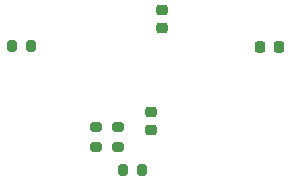
<source format=gbr>
%TF.GenerationSoftware,KiCad,Pcbnew,8.0.1*%
%TF.CreationDate,2025-01-27T15:49:21-05:00*%
%TF.ProjectId,PHY,5048592e-6b69-4636-9164-5f7063625858,rev?*%
%TF.SameCoordinates,Original*%
%TF.FileFunction,Paste,Bot*%
%TF.FilePolarity,Positive*%
%FSLAX46Y46*%
G04 Gerber Fmt 4.6, Leading zero omitted, Abs format (unit mm)*
G04 Created by KiCad (PCBNEW 8.0.1) date 2025-01-27 15:49:21*
%MOMM*%
%LPD*%
G01*
G04 APERTURE LIST*
G04 Aperture macros list*
%AMRoundRect*
0 Rectangle with rounded corners*
0 $1 Rounding radius*
0 $2 $3 $4 $5 $6 $7 $8 $9 X,Y pos of 4 corners*
0 Add a 4 corners polygon primitive as box body*
4,1,4,$2,$3,$4,$5,$6,$7,$8,$9,$2,$3,0*
0 Add four circle primitives for the rounded corners*
1,1,$1+$1,$2,$3*
1,1,$1+$1,$4,$5*
1,1,$1+$1,$6,$7*
1,1,$1+$1,$8,$9*
0 Add four rect primitives between the rounded corners*
20,1,$1+$1,$2,$3,$4,$5,0*
20,1,$1+$1,$4,$5,$6,$7,0*
20,1,$1+$1,$6,$7,$8,$9,0*
20,1,$1+$1,$8,$9,$2,$3,0*%
G04 Aperture macros list end*
%ADD10RoundRect,0.225000X0.225000X0.250000X-0.225000X0.250000X-0.225000X-0.250000X0.225000X-0.250000X0*%
%ADD11RoundRect,0.225000X-0.250000X0.225000X-0.250000X-0.225000X0.250000X-0.225000X0.250000X0.225000X0*%
%ADD12RoundRect,0.225000X0.250000X-0.225000X0.250000X0.225000X-0.250000X0.225000X-0.250000X-0.225000X0*%
%ADD13RoundRect,0.200000X-0.275000X0.200000X-0.275000X-0.200000X0.275000X-0.200000X0.275000X0.200000X0*%
%ADD14RoundRect,0.200000X-0.200000X-0.275000X0.200000X-0.275000X0.200000X0.275000X-0.200000X0.275000X0*%
G04 APERTURE END LIST*
D10*
%TO.C,C3*%
X162475000Y-78800000D03*
X160925000Y-78800000D03*
%TD*%
D11*
%TO.C,C2*%
X152600000Y-75625000D03*
X152600000Y-77175000D03*
%TD*%
D12*
%TO.C,C1*%
X151700000Y-85800000D03*
X151700000Y-84250000D03*
%TD*%
D13*
%TO.C,R4*%
X147000000Y-87225000D03*
X147000000Y-85575000D03*
%TD*%
D14*
%TO.C,R3*%
X139875000Y-78700000D03*
X141525000Y-78700000D03*
%TD*%
%TO.C,R2*%
X149275000Y-89200000D03*
X150925000Y-89200000D03*
%TD*%
D13*
%TO.C,R1*%
X148900000Y-85575000D03*
X148900000Y-87225000D03*
%TD*%
M02*

</source>
